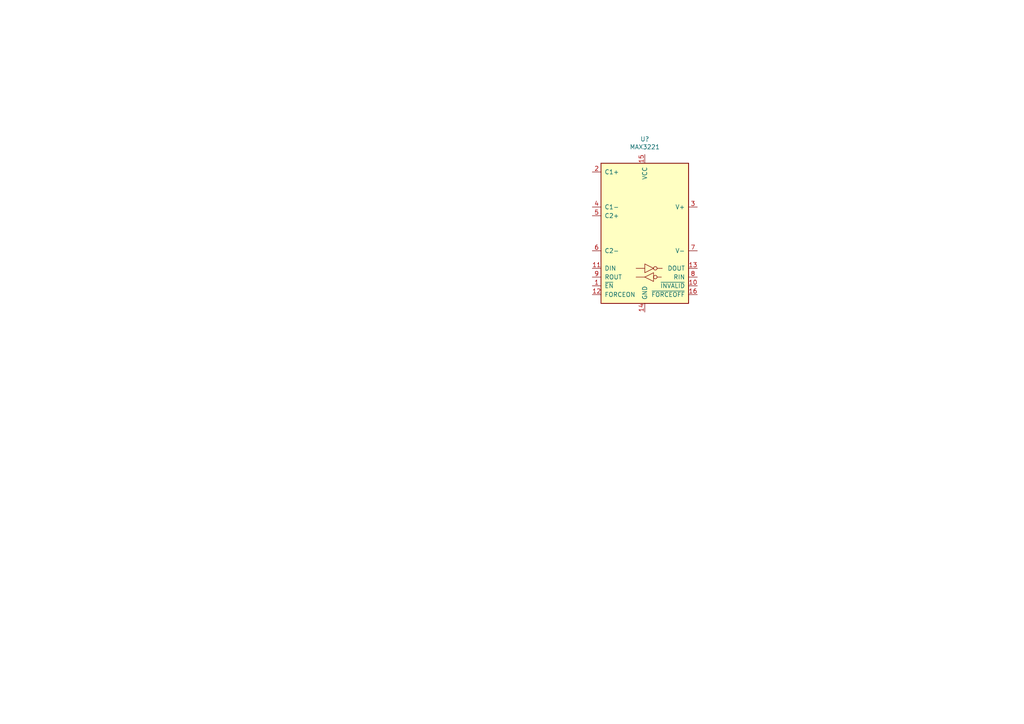
<source format=kicad_sch>
(kicad_sch (version 20210126) (generator eeschema)
  (paper "A4")
  (lib_symbols
    (symbol "Interface_UART:MAX3221" (pin_names (offset 1.016))
      (property "Reference" "U" (at -10.16 21.59 0))
      (property "Value" "MAX3221" (at 12.7 21.59 0))
      (symbol "MAX3221_0_1"
        (circle (center 3.048 -12.7) (radius 0.508))
        (circle (center 3.048 -10.16) (radius 0.508))
        (rectangle (start -12.7 -20.32) (end 12.7 20.32) (stroke (width 0.254)) (fill (type background)))
        (polyline (pts (xy -2.54 -12.7) (xy 0 -12.7) (xy 0 -12.7)))
        (polyline (pts (xy -2.54 -10.16) (xy 0 -10.16) (xy 0 -10.16)))
        (polyline (pts (xy 3.556 -12.7) (xy 4.826 -12.7) (xy 4.826 -12.7)))
        (polyline (pts (xy 3.556 -10.16) (xy 5.08 -10.16) (xy 5.08 -10.16)))
        (polyline (pts (xy 2.54 -11.43) (xy 2.54 -13.97) (xy 0 -12.7) (xy 2.54 -11.43) (xy 2.54 -11.43)))
        (polyline (pts (xy 0 -11.43) (xy 0 -8.89) (xy 2.54 -10.16) (xy 0 -11.43) (xy 0 -11.43) (xy 0 -11.43)))
      )
      (symbol "MAX3221_1_1"
        (pin input line (at -15.24 -15.24 0) (length 2.54) (name "~EN") (number "1"))
        (pin output line (at 15.24 -15.24 180) (length 2.54) (name "~INVALID") (number "10"))
        (pin input line (at -15.24 -10.16 0) (length 2.54) (name "DIN") (number "11"))
        (pin input line (at -15.24 -17.78 0) (length 2.54) (name "FORCEON") (number "12"))
        (pin output line (at 15.24 -10.16 180) (length 2.54) (name "DOUT") (number "13"))
        (pin power_in line (at 0 -22.86 90) (length 2.54) (name "GND") (number "14"))
        (pin power_in line (at 0 22.86 270) (length 2.54) (name "VCC") (number "15"))
        (pin input line (at 15.24 -17.78 180) (length 2.54) (name "~FORCEOFF") (number "16"))
        (pin passive line (at -15.24 17.78 0) (length 2.54) (name "C1+") (number "2"))
        (pin power_out line (at 15.24 7.62 180) (length 2.54) (name "V+") (number "3"))
        (pin passive line (at -15.24 7.62 0) (length 2.54) (name "C1-") (number "4"))
        (pin passive line (at -15.24 5.08 0) (length 2.54) (name "C2+") (number "5"))
        (pin passive line (at -15.24 -5.08 0) (length 2.54) (name "C2-") (number "6"))
        (pin power_out line (at 15.24 -5.08 180) (length 2.54) (name "V-") (number "7"))
        (pin input line (at 15.24 -12.7 180) (length 2.54) (name "RIN") (number "8"))
        (pin output line (at -15.24 -12.7 0) (length 2.54) (name "ROUT") (number "9"))
      )
    )
  )
  (symbol (lib_id "Interface_UART:MAX3221") (at 187.0202 67.6656 0) (unit 1)
    (property "Reference" "U?" (at 187.0202 40.3414 0))
    (property "Value" "MAX3221" (at 187.0202 42.6401 0))
    (property "Footprint" "Package_SO:TSSOP-16_4.4x5mm_P0.65mm" (effects hide))
    (property "Datasheet" "http://www.ti.com/lit/ds/symlink/max3221.pdf" (effects hide))
    (property "Digikey PN" "296-9594-1-ND" (effects hide))
  )
)
</source>
